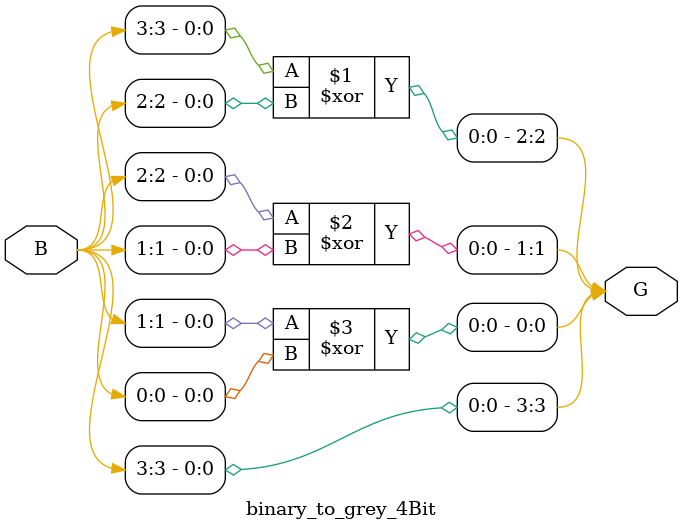
<source format=sv>
module binary_to_grey_4Bit(G,B);
  input [3:0] B;
  output [3:0] G;
  
  assign G[3] = B[3];
  assign G[2] = B[3]^B[2];
  assign G[1] = B[2]^B[1];
  assign G[0] = B[1]^B[0];
  
endmodule
</source>
